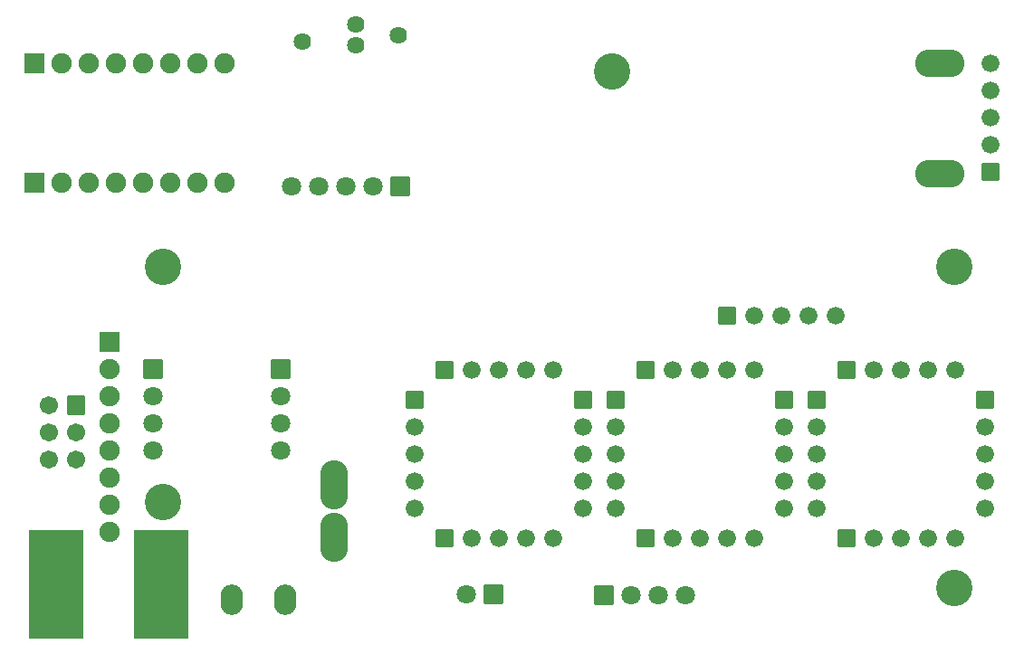
<source format=gbs>
G04 Layer: BottomSolderMaskLayer*
G04 EasyEDA Pro v2.2.28.1, 2024-09-17 23:40:12*
G04 Gerber Generator version 0.3*
G04 Scale: 100 percent, Rotated: No, Reflected: No*
G04 Dimensions in millimeters*
G04 Leading zeros omitted, absolute positions, 3 integers and 5 decimals*
%FSLAX35Y35*%
%MOMM*%
%AMRoundRect*1,1,$1,$2,$3*1,1,$1,$4,$5*1,1,$1,0-$2,0-$3*1,1,$1,0-$4,0-$5*20,1,$1,$2,$3,$4,$5,0*20,1,$1,$4,$5,0-$2,0-$3,0*20,1,$1,0-$2,0-$3,0-$4,0-$5,0*20,1,$1,0-$4,0-$5,$2,$3,0*4,1,4,$2,$3,$4,$5,0-$2,0-$3,0-$4,0-$5,$2,$3,0*%
%ADD10RoundRect,0.09618X0.85271X0.85271X0.85271X-0.85271*%
%ADD11C,1.8016*%
%ADD12RoundRect,0.09618X0.85271X0.85271X0.85271X-0.85271*%
%ADD13O,2.102X2.852*%
%ADD14RoundRect,0.09618X-0.85271X0.85271X0.85271X0.85271*%
%ADD15RoundRect,0.09618X0.85271X-0.85271X-0.85271X-0.85271*%
%ADD16RoundRect,0.09588X0.80286X0.85286X0.80286X-0.85286*%
%ADD17C,1.7016*%
%ADD18O,4.602X2.602*%
%ADD19C,1.6768*%
%ADD20RoundRect,0.09615X0.79032X0.79032X0.79032X-0.79032*%
%ADD21RoundRect,0.09615X-0.79032X0.79032X0.79032X0.79032*%
%ADD22RoundRect,0.09615X0.79032X0.79032X0.79032X-0.79032*%
%ADD23RoundRect,0.09615X-0.79032X-0.79032X-0.79032X0.79032*%
%ADD24RoundRect,0.09645X0.90257X0.90257X0.90257X-0.90257*%
%ADD25C,1.9016*%
%ADD26O,2.602X4.602*%
%ADD27RoundRect,0.1X-2.501X-5.001X-2.501X5.001*%
%ADD28C,3.4036*%
%ADD29RoundRect,0.09645X-0.90257X0.90257X0.90257X0.90257*%
%ADD30C,1.626*%
G75*


G04 Pad Start*
G54D10*
G01X1295400Y2552700D03*
G54D11*
G01X1295400Y2298700D03*
G01X1295400Y2044700D03*
G01X1295400Y1790700D03*
G54D12*
G01X2489200Y2552700D03*
G54D11*
G01X2489200Y2298700D03*
G01X2489200Y2044700D03*
G01X2489200Y1790700D03*
G54D13*
G01X2036000Y393700D03*
G01X2536000Y393700D03*
G54D14*
G01X5510693Y439274D03*
G54D11*
G01X5764693Y439274D03*
G01X6018693Y439274D03*
G01X6272693Y439274D03*
G54D15*
G01X4483100Y444500D03*
G54D11*
G01X4229100Y444500D03*
G54D16*
G01X575711Y2211485D03*
G54D17*
G01X321711Y2211485D03*
G01X575711Y1957485D03*
G01X321711Y1957485D03*
G01X575711Y1703485D03*
G01X321711Y1703485D03*
G54D18*
G01X8653812Y5413618D03*
G01X8658425Y4384918D03*
G54D19*
G01X3746500Y1244600D03*
G01X3746500Y1498600D03*
G01X3746500Y1752600D03*
G01X3746500Y2006600D03*
G54D20*
G01X3746500Y2260600D03*
G54D19*
G01X5041900Y965200D03*
G01X4787900Y965200D03*
G01X4533900Y965200D03*
G01X4279900Y965200D03*
G54D21*
G01X4025900Y965200D03*
G54D19*
G01X5041900Y2540000D03*
G01X4787900Y2540000D03*
G01X4533900Y2540000D03*
G01X4279900Y2540000D03*
G54D21*
G01X4025900Y2540000D03*
G54D19*
G01X5321300Y1244600D03*
G01X5321300Y1498600D03*
G01X5321300Y1752600D03*
G01X5321300Y2006600D03*
G54D22*
G01X5321300Y2260600D03*
G54D19*
G01X5626100Y1244600D03*
G01X5626100Y1498600D03*
G01X5626100Y1752600D03*
G01X5626100Y2006600D03*
G54D22*
G01X5626100Y2260600D03*
G54D19*
G01X6921500Y965200D03*
G01X6667500Y965200D03*
G01X6413500Y965200D03*
G01X6159500Y965200D03*
G54D21*
G01X5905500Y965200D03*
G54D19*
G01X6921500Y2540000D03*
G01X6667500Y2540000D03*
G01X6413500Y2540000D03*
G01X6159500Y2540000D03*
G54D21*
G01X5905500Y2540000D03*
G54D19*
G01X7200900Y1244600D03*
G01X7200900Y1498600D03*
G01X7200900Y1752600D03*
G01X7200900Y2006600D03*
G54D22*
G01X7200900Y2260600D03*
G54D19*
G01X7505700Y1244600D03*
G01X7505700Y1498600D03*
G01X7505700Y1752600D03*
G01X7505700Y2006600D03*
G54D22*
G01X7505700Y2260600D03*
G54D19*
G01X8801100Y965200D03*
G01X8547100Y965200D03*
G01X8293100Y965200D03*
G01X8039100Y965200D03*
G54D21*
G01X7785100Y965200D03*
G54D19*
G01X8801100Y2540000D03*
G01X8547100Y2540000D03*
G01X8293100Y2540000D03*
G01X8039100Y2540000D03*
G54D21*
G01X7785100Y2540000D03*
G54D19*
G01X9080500Y1244600D03*
G01X9080500Y1498600D03*
G01X9080500Y1752600D03*
G01X9080500Y2006600D03*
G54D22*
G01X9080500Y2260600D03*
G54D19*
G01X7683500Y3048000D03*
G01X7429500Y3048000D03*
G01X7175500Y3048000D03*
G01X6921500Y3048000D03*
G54D21*
G01X6667500Y3048000D03*
G54D19*
G01X9131300Y5415157D03*
G01X9131300Y5161157D03*
G01X9131300Y4907157D03*
G01X9131300Y4653157D03*
G54D23*
G01X9131300Y4399157D03*
G54D24*
G01X889312Y2807731D03*
G54D25*
G01X889312Y2553731D03*
G01X889312Y2299731D03*
G01X889312Y2045731D03*
G01X889312Y1791731D03*
G01X889312Y1537731D03*
G01X889312Y1283731D03*
G01X889312Y1029731D03*
G54D26*
G01X2987900Y1466875D03*
G01X2987900Y980375D03*
G54D27*
G01X395200Y539775D03*
G01X1373100Y535875D03*
G54D28*
G01X1393650Y3506350D03*
G01X8793650Y3506350D03*
G01X1393650Y1306350D03*
G01X8793650Y506350D03*
G01X5594350Y5340350D03*
G54D29*
G01X190500Y4292600D03*
G54D25*
G01X444500Y4292600D03*
G01X698500Y4292600D03*
G01X952500Y4292600D03*
G01X1206500Y4292600D03*
G01X1460500Y4292600D03*
G01X1714500Y4292600D03*
G01X1968500Y4292600D03*
G54D29*
G01X190500Y5410200D03*
G54D25*
G01X444500Y5410200D03*
G01X698500Y5410200D03*
G01X952500Y5410200D03*
G01X1206500Y5410200D03*
G01X1460500Y5410200D03*
G01X1714500Y5410200D03*
G01X1968500Y5410200D03*
G54D15*
G01X3611090Y4261361D03*
G54D11*
G01X3357090Y4261361D03*
G01X3103090Y4261361D03*
G01X2849090Y4261361D03*
G01X2595090Y4261361D03*
G54D30*
G01X2692249Y5618701D03*
G01X3193600Y5580601D03*
G01X3197150Y5779101D03*
G01X3592100Y5677501D03*
G04 Pad End*

M02*


</source>
